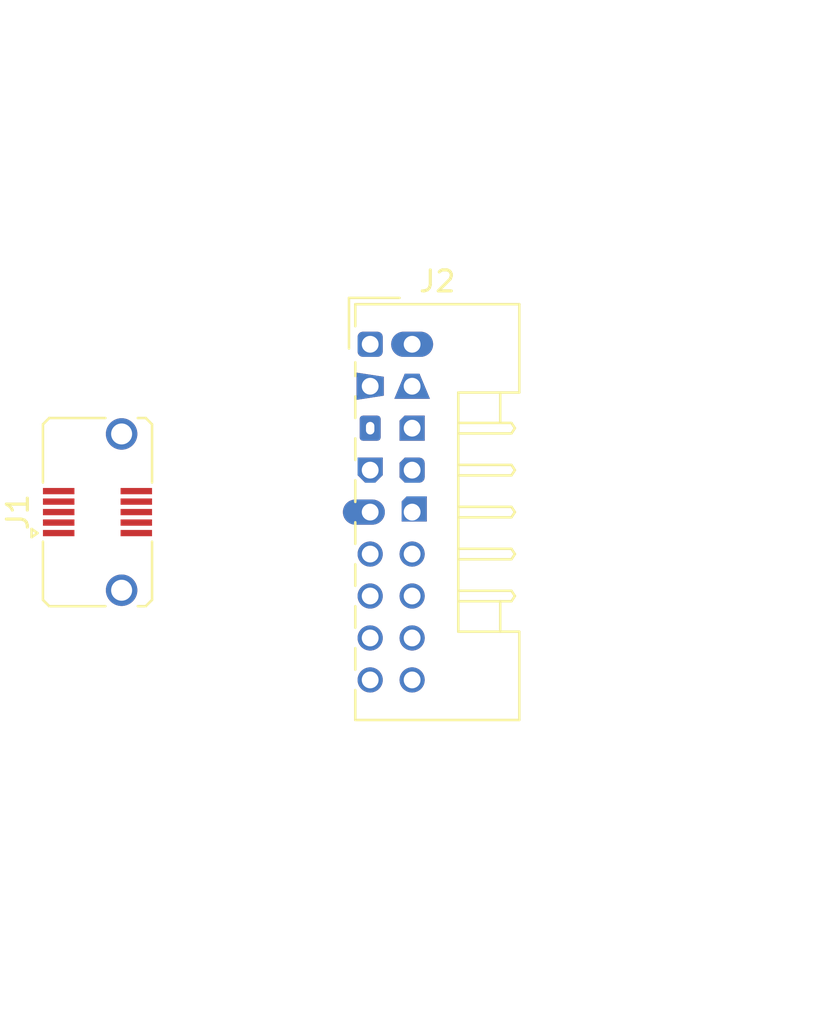
<source format=kicad_pcb>
(kicad_pcb (version 20240108) (generator "pcbnew") (generator_version "8.0")
  (layers (0 "F.Cu" signal) (31 "B.Cu" signal) (34 "B.Paste" user) (35 "F.Paste" user) (36 "B.SilkS" user "B.Silkscreen") (37 "F.SilkS" user "F.Silkscreen") (38 "B.Mask" user) (39 "F.Mask" user) (44 "Edge.Cuts" user))
  (net 0 "")
  (footprint "Connector_JAE:JAE_LY20-18P-DLT1_2x09_P2.00mm_Horizontal" (layer "F.Cu") (at 152 83)
    (property "Reference" "J2" (at 3.2 -3 0) (layer "F.SilkS"))
    (property "Value" "JAE_LY20-18P-DLT1_2x09_P2.00mm_Horizontal")
    (fp_line (start -1.01 -2.21) (end -1.01 0.2) (stroke (width 0.12)) (layer "F.SilkS"))
    (fp_line (start -0.71 -1.91) (end -0.71 -0.86) (stroke (width 0.12)) (layer "F.SilkS"))
    (fp_line (start -0.71 -1.91) (end 7.11 -1.91) (stroke (width 0.12)) (layer "F.SilkS"))
    (fp_line (start -0.71 0.86) (end -0.71 1.514717) (stroke (width 0.12)) (layer "F.SilkS"))
    (fp_line (start -0.71 2.485283) (end -0.71 3.514717) (stroke (width 0.12)) (layer "F.SilkS"))
    (fp_line (start -0.71 4.485283) (end -0.71 5.514717) (stroke (width 0.12)) (layer "F.SilkS"))
    (fp_line (start -0.71 6.485283) (end -0.71 7.514717) (stroke (width 0.12)) (layer "F.SilkS"))
    (fp_line (start -0.71 8.485283) (end -0.71 9.514717) (stroke (width 0.12)) (layer "F.SilkS"))
    (fp_line (start -0.71 10.485283) (end -0.71 11.514717) (stroke (width 0.12)) (layer "F.SilkS"))
    (fp_line (start -0.71 12.485283) (end -0.71 13.514717) (stroke (width 0.12)) (layer "F.SilkS"))
    (fp_line (start -0.71 14.485283) (end -0.71 15.514717) (stroke (width 0.12)) (layer "F.SilkS"))
    (fp_line (start -0.71 16.485283) (end -0.71 17.91) (stroke (width 0.12)) (layer "F.SilkS"))
    (fp_line (start -0.71 17.91) (end 7.11 17.91) (stroke (width 0.12)) (layer "F.SilkS"))
    (fp_line (start 1.4 -2.21) (end -1.01 -2.21) (stroke (width 0.12)) (layer "F.SilkS"))
    (fp_line (start 4.2 2.3) (end 4.2 8) (stroke (width 0.12)) (layer "F.SilkS"))
    (fp_line (start 4.2 3.75) (end 6.733333 3.75) (stroke (width 0.12)) (layer "F.SilkS"))
    (fp_line (start 4.2 5.75) (end 6.733333 5.75) (stroke (width 0.12)) (layer "F.SilkS"))
    (fp_line (start 4.2 7.75) (end 6.733333 7.75) (stroke (width 0.12)) (layer "F.SilkS"))
    (fp_line (start 4.2 9.75) (end 6.733333 9.75) (stroke (width 0.12)) (layer "F.SilkS"))
    (fp_line (start 4.2 11.75) (end 6.733333 11.75) (stroke (width 0.12)) (layer "F.SilkS"))
    (fp_line (start 4.2 13.7) (end 4.2 8) (stroke (width 0.12)) (layer "F.SilkS"))
    (fp_line (start 6.2 2.3) (end 6.2 3.75) (stroke (width 0.12)) (layer "F.SilkS"))
    (fp_line (start 6.2 13.7) (end 6.2 12.25) (stroke (width 0.12)) (layer "F.SilkS"))
    (fp_line (start 6.733333 3.75) (end 6.9 4) (stroke (width 0.12)) (layer "F.SilkS"))
    (fp_line (start 6.733333 4.25) (end 4.2 4.25) (stroke (width 0.12)) (layer "F.SilkS"))
    (fp_line (start 6.733333 5.75) (end 6.9 6) (stroke (width 0.12)) (layer "F.SilkS"))
    (fp_line (start 6.733333 6.25) (end 4.2 6.25) (stroke (width 0.12)) (layer "F.SilkS"))
    (fp_line (start 6.733333 7.75) (end 6.9 8) (stroke (width 0.12)) (layer "F.SilkS"))
    (fp_line (start 6.733333 8.25) (end 4.2 8.25) (stroke (width 0.12)) (layer "F.SilkS"))
    (fp_line (start 6.733333 9.75) (end 6.9 10) (stroke (width 0.12)) (layer "F.SilkS"))
    (fp_line (start 6.733333 10.25) (end 4.2 10.25) (stroke (width 0.12)) (layer "F.SilkS"))
    (fp_line (start 6.733333 11.75) (end 6.9 12) (stroke (width 0.12)) (layer "F.SilkS"))
    (fp_line (start 6.733333 12.25) (end 4.2 12.25) (stroke (width 0.12)) (layer "F.SilkS"))
    (fp_line (start 6.9 4) (end 6.733333 4.25) (stroke (width 0.12)) (layer "F.SilkS"))
    (fp_line (start 6.9 6) (end 6.733333 6.25) (stroke (width 0.12)) (layer "F.SilkS"))
    (fp_line (start 6.9 8) (end 6.733333 8.25) (stroke (width 0.12)) (layer "F.SilkS"))
    (fp_line (start 6.9 10) (end 6.733333 10.25) (stroke (width 0.12)) (layer "F.SilkS"))
    (fp_line (start 6.9 12) (end 6.733333 12.25) (stroke (width 0.12)) (layer "F.SilkS"))
    (fp_line (start 7.11 -1.91) (end 7.11 2.3) (stroke (width 0.12)) (layer "F.SilkS"))
    (fp_line (start 7.11 2.3) (end 4.2 2.3) (stroke (width 0.12)) (layer "F.SilkS"))
    (fp_line (start 7.11 13.7) (end 4.2 13.7) (stroke (width 0.12)) (layer "F.SilkS"))
    (fp_line (start 7.11 17.91) (end 7.11 13.7) (stroke (width 0.12)) (layer "F.SilkS"))
    (pad "a1" thru_hole roundrect (at 0 0) (size 1.2 1.2) (drill 0.8) (layers "*.Cu" "*.Mask") (roundrect_rratio 0.208333))
    (pad "a2" thru_hole trapezoid (at 0 2) (size 1.3 1.1) (rect_delta 0.2 0) (drill 0.8) (layers "*.Cu" "*.Mask"))
    (pad "a3" thru_hole roundrect (at 0 4) (size 1 1.2) (drill oval 0.4 0.6) (layers "*.Cu" "*.Mask") (roundrect_rratio 0.16))
    (pad "a4" thru_hole roundrect (at 0 6) (size 1.2 1.2) (drill 0.8) (layers "*.Cu" "*.Mask") (roundrect_rratio 0) (chamfer_ratio 0.3) (chamfer bottom_left bottom_right))
    (pad "a5" thru_hole oval (at 0 8) (size 2 1.2) (drill 0.8 (offset -0.3 0)) (layers "*.Cu" "*.Mask"))
    (pad "a6" thru_hole circle (at 0 10) (size 1.2 1.2) (drill 0.8) (layers "*.Cu" "*.Mask"))
    (pad "a7" thru_hole circle (at 0 12) (size 1.2 1.2) (drill 0.8) (layers "*.Cu" "*.Mask"))
    (pad "a8" thru_hole circle (at 0 14) (size 1.2 1.2) (drill 0.8) (layers "*.Cu" "*.Mask"))
    (pad "a9" thru_hole circle (at 0 16) (size 1.2 1.2) (drill 0.8) (layers "*.Cu" "*.Mask"))
    (pad "b1" thru_hole oval (at 2 0) (size 2 1.2) (drill 0.8) (layers "*.Cu" "*.Mask"))
    (pad "b2" thru_hole trapezoid (at 2 2) (size 1.2 1.2) (rect_delta 0 0.5) (drill 0.8) (layers "*.Cu" "*.Mask"))
    (pad "b3" thru_hole roundrect (at 2 4) (size 1.2 1.2) (drill 0.8) (layers "*.Cu" "*.Mask") (roundrect_rratio 0) (chamfer_ratio 0.2) (chamfer top_left))
    (pad "b4" thru_hole roundrect (at 2 6) (size 1.2 1.2) (drill 0.8) (layers "*.Cu" "*.Mask") (roundrect_rratio 0.22) (chamfer_ratio 0.21) (chamfer top_left bottom_left))
    (pad "b5" thru_hole roundrect (at 2 8) (size 1.2 1.2) (drill 0.8 (offset 0.1 -0.15)) (layers "*.Cu" "*.Mask") (roundrect_rratio 0) (chamfer_ratio 0.2) (chamfer top_left))
    (pad "b6" thru_hole circle (at 2 10) (size 1.2 1.2) (drill 0.8) (layers "*.Cu" "*.Mask"))
    (pad "b7" thru_hole circle (at 2 12) (size 1.2 1.2) (drill 0.8) (layers "*.Cu" "*.Mask"))
    (pad "b8" thru_hole circle (at 2 14) (size 1.2 1.2) (drill 0.8) (layers "*.Cu" "*.Mask"))
    (pad "b9" thru_hole circle (at 2 16) (size 1.2 1.2) (drill 0.8) (layers "*.Cu" "*.Mask"))
  )
  (footprint "Connector_Samtec:Samtec_LSHM-105-xx.x-x-DV-S_2x05-1SH_P0.50mm_Vertical" (layer "F.Cu") (at 139 91 90)
    (property "Reference" "J1" (at 0 -3.8 90) (layer "F.SilkS"))
    (property "Value" "Samtec_LSHM-105-xx.x-x-DV-S_2x05-1SH_P0.50mm_Vertical")
    (fp_line (start -0.8 -3.142843) (end -1 -2.86) (stroke (width 0.12)) (layer "F.SilkS"))
    (fp_line (start -1.2 -3.142843) (end -0.8 -3.142843) (stroke (width 0.12)) (layer "F.SilkS"))
    (fp_line (start -1 -2.86) (end -1.2 -3.142843) (stroke (width 0.12)) (layer "F.SilkS"))
    (fp_line (start 4.185 -2.6) (end 4.485 -2.3) (stroke (width 0.12)) (layer "F.SilkS"))
    (fp_line (start 1.41 -2.6) (end 4.185 -2.6) (stroke (width 0.12)) (layer "F.SilkS"))
    (fp_line (start -1.41 -2.6) (end -4.185 -2.6) (stroke (width 0.12)) (layer "F.SilkS"))
    (fp_line (start -4.185 -2.6) (end -4.485 -2.3) (stroke (width 0.12)) (layer "F.SilkS"))
    (fp_line (start 4.485 -2.3) (end 4.485 0.376954) (stroke (width 0.12)) (layer "F.SilkS"))
    (fp_line (start -4.485 -2.3) (end -4.485 0.376954) (stroke (width 0.12)) (layer "F.SilkS"))
    (fp_line (start 4.485 1.923046) (end 4.485 2.3) (stroke (width 0.12)) (layer "F.SilkS"))
    (fp_line (start -4.485 1.923046) (end -4.485 2.3) (stroke (width 0.12)) (layer "F.SilkS"))
    (fp_line (start 4.485 2.3) (end 4.185 2.6) (stroke (width 0.12)) (layer "F.SilkS"))
    (fp_line (start -4.485 2.3) (end -4.185 2.6) (stroke (width 0.12)) (layer "F.SilkS"))
    (fp_line (start 4.185 2.6) (end 1.41 2.6) (stroke (width 0.12)) (layer "F.SilkS"))
    (fp_line (start -4.185 2.6) (end -1.41 2.6) (stroke (width 0.12)) (layer "F.SilkS"))
    (pad "" np_thru_hole circle (at -2.25 -0.85 90) (size 1.45 1.45) (drill 1.45) (layers "*.Cu" "*.Mask"))
    (pad "" np_thru_hole circle (at 2.25 -0.85 90) (size 1.45 1.45) (drill 1.45) (layers "*.Cu" "*.Mask"))
    (pad "1" smd rect (at -1 -1.85 90) (size 0.3 1.5) (layers "F.Cu" "F.Paste" "F.Mask"))
    (pad "2" smd rect (at -1 1.85 90) (size 0.3 1.5) (layers "F.Cu" "F.Paste" "F.Mask"))
    (pad "3" smd rect (at -0.5 -1.85 90) (size 0.3 1.5) (layers "F.Cu" "F.Paste" "F.Mask"))
    (pad "4" smd rect (at -0.5 1.85 90) (size 0.3 1.5) (layers "F.Cu" "F.Paste" "F.Mask"))
    (pad "5" smd rect (at 0 -1.85 90) (size 0.3 1.5) (layers "F.Cu" "F.Paste" "F.Mask"))
    (pad "6" smd rect (at 0 1.85 90) (size 0.3 1.5) (layers "F.Cu" "F.Paste" "F.Mask"))
    (pad "7" smd rect (at 0.5 -1.85 90) (size 0.3 1.5) (layers "F.Cu" "F.Paste" "F.Mask"))
    (pad "8" smd rect (at 0.5 1.85 90) (size 0.3 1.5) (layers "F.Cu" "F.Paste" "F.Mask"))
    (pad "9" smd rect (at 1 -1.85 90) (size 0.3 1.5) (layers "F.Cu" "F.Paste" "F.Mask"))
    (pad "10" smd rect (at 1 1.85 90) (size 0.3 1.5) (layers "F.Cu" "F.Paste" "F.Mask"))
    (pad "SH" thru_hole circle (at -3.725 1.15 90) (size 1.5 1.5) (drill 1) (layers "*.Cu" "*.Mask"))
    (pad "SH" thru_hole circle (at 3.725 1.15 90) (size 1.5 1.5) (drill 1) (layers "*.Cu" "*.Mask"))
  )
)
</source>
